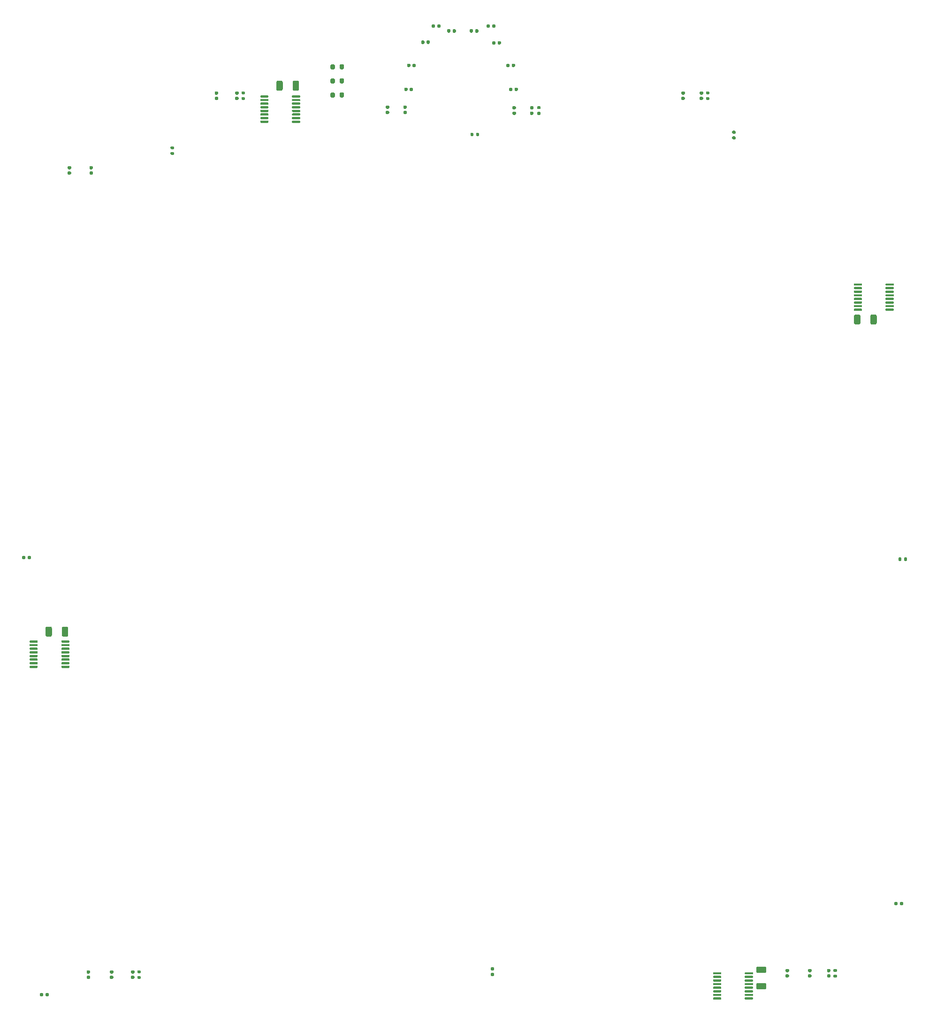
<source format=gbr>
G04 #@! TF.GenerationSoftware,KiCad,Pcbnew,(5.1.9)-1*
G04 #@! TF.CreationDate,2021-08-29T21:56:20-06:00*
G04 #@! TF.ProjectId,ampcd_button_board,616d7063-645f-4627-9574-746f6e5f626f,rev?*
G04 #@! TF.SameCoordinates,Original*
G04 #@! TF.FileFunction,Paste,Top*
G04 #@! TF.FilePolarity,Positive*
%FSLAX46Y46*%
G04 Gerber Fmt 4.6, Leading zero omitted, Abs format (unit mm)*
G04 Created by KiCad (PCBNEW (5.1.9)-1) date 2021-08-29 21:56:20*
%MOMM*%
%LPD*%
G01*
G04 APERTURE LIST*
G04 APERTURE END LIST*
G36*
G01*
X274310121Y59800490D02*
X275610123Y59800490D01*
G75*
G02*
X275860122Y59550491I0J-249999D01*
G01*
X275860122Y58900489D01*
G75*
G02*
X275610123Y58650490I-249999J0D01*
G01*
X274310121Y58650490D01*
G75*
G02*
X274060122Y58900489I0J249999D01*
G01*
X274060122Y59550491D01*
G75*
G02*
X274310121Y59800490I249999J0D01*
G01*
G37*
G36*
G01*
X274310121Y62750490D02*
X275610123Y62750490D01*
G75*
G02*
X275860122Y62500491I0J-249999D01*
G01*
X275860122Y61850489D01*
G75*
G02*
X275610123Y61600490I-249999J0D01*
G01*
X274310121Y61600490D01*
G75*
G02*
X274060122Y61850489I0J249999D01*
G01*
X274060122Y62500491D01*
G75*
G02*
X274310121Y62750490I249999J0D01*
G01*
G37*
G36*
G01*
X148648722Y121260490D02*
X148648722Y121460490D01*
G75*
G02*
X148748722Y121560490I100000J0D01*
G01*
X150023722Y121560490D01*
G75*
G02*
X150123722Y121460490I0J-100000D01*
G01*
X150123722Y121260490D01*
G75*
G02*
X150023722Y121160490I-100000J0D01*
G01*
X148748722Y121160490D01*
G75*
G02*
X148648722Y121260490I0J100000D01*
G01*
G37*
G36*
G01*
X148648722Y120610490D02*
X148648722Y120810490D01*
G75*
G02*
X148748722Y120910490I100000J0D01*
G01*
X150023722Y120910490D01*
G75*
G02*
X150123722Y120810490I0J-100000D01*
G01*
X150123722Y120610490D01*
G75*
G02*
X150023722Y120510490I-100000J0D01*
G01*
X148748722Y120510490D01*
G75*
G02*
X148648722Y120610490I0J100000D01*
G01*
G37*
G36*
G01*
X148648722Y119960490D02*
X148648722Y120160490D01*
G75*
G02*
X148748722Y120260490I100000J0D01*
G01*
X150023722Y120260490D01*
G75*
G02*
X150123722Y120160490I0J-100000D01*
G01*
X150123722Y119960490D01*
G75*
G02*
X150023722Y119860490I-100000J0D01*
G01*
X148748722Y119860490D01*
G75*
G02*
X148648722Y119960490I0J100000D01*
G01*
G37*
G36*
G01*
X148648722Y119310490D02*
X148648722Y119510490D01*
G75*
G02*
X148748722Y119610490I100000J0D01*
G01*
X150023722Y119610490D01*
G75*
G02*
X150123722Y119510490I0J-100000D01*
G01*
X150123722Y119310490D01*
G75*
G02*
X150023722Y119210490I-100000J0D01*
G01*
X148748722Y119210490D01*
G75*
G02*
X148648722Y119310490I0J100000D01*
G01*
G37*
G36*
G01*
X148648722Y118660490D02*
X148648722Y118860490D01*
G75*
G02*
X148748722Y118960490I100000J0D01*
G01*
X150023722Y118960490D01*
G75*
G02*
X150123722Y118860490I0J-100000D01*
G01*
X150123722Y118660490D01*
G75*
G02*
X150023722Y118560490I-100000J0D01*
G01*
X148748722Y118560490D01*
G75*
G02*
X148648722Y118660490I0J100000D01*
G01*
G37*
G36*
G01*
X148648722Y118010490D02*
X148648722Y118210490D01*
G75*
G02*
X148748722Y118310490I100000J0D01*
G01*
X150023722Y118310490D01*
G75*
G02*
X150123722Y118210490I0J-100000D01*
G01*
X150123722Y118010490D01*
G75*
G02*
X150023722Y117910490I-100000J0D01*
G01*
X148748722Y117910490D01*
G75*
G02*
X148648722Y118010490I0J100000D01*
G01*
G37*
G36*
G01*
X148648722Y117360490D02*
X148648722Y117560490D01*
G75*
G02*
X148748722Y117660490I100000J0D01*
G01*
X150023722Y117660490D01*
G75*
G02*
X150123722Y117560490I0J-100000D01*
G01*
X150123722Y117360490D01*
G75*
G02*
X150023722Y117260490I-100000J0D01*
G01*
X148748722Y117260490D01*
G75*
G02*
X148648722Y117360490I0J100000D01*
G01*
G37*
G36*
G01*
X148648722Y116710490D02*
X148648722Y116910490D01*
G75*
G02*
X148748722Y117010490I100000J0D01*
G01*
X150023722Y117010490D01*
G75*
G02*
X150123722Y116910490I0J-100000D01*
G01*
X150123722Y116710490D01*
G75*
G02*
X150023722Y116610490I-100000J0D01*
G01*
X148748722Y116610490D01*
G75*
G02*
X148648722Y116710490I0J100000D01*
G01*
G37*
G36*
G01*
X142923722Y116710490D02*
X142923722Y116910490D01*
G75*
G02*
X143023722Y117010490I100000J0D01*
G01*
X144298722Y117010490D01*
G75*
G02*
X144398722Y116910490I0J-100000D01*
G01*
X144398722Y116710490D01*
G75*
G02*
X144298722Y116610490I-100000J0D01*
G01*
X143023722Y116610490D01*
G75*
G02*
X142923722Y116710490I0J100000D01*
G01*
G37*
G36*
G01*
X142923722Y117360490D02*
X142923722Y117560490D01*
G75*
G02*
X143023722Y117660490I100000J0D01*
G01*
X144298722Y117660490D01*
G75*
G02*
X144398722Y117560490I0J-100000D01*
G01*
X144398722Y117360490D01*
G75*
G02*
X144298722Y117260490I-100000J0D01*
G01*
X143023722Y117260490D01*
G75*
G02*
X142923722Y117360490I0J100000D01*
G01*
G37*
G36*
G01*
X142923722Y118010490D02*
X142923722Y118210490D01*
G75*
G02*
X143023722Y118310490I100000J0D01*
G01*
X144298722Y118310490D01*
G75*
G02*
X144398722Y118210490I0J-100000D01*
G01*
X144398722Y118010490D01*
G75*
G02*
X144298722Y117910490I-100000J0D01*
G01*
X143023722Y117910490D01*
G75*
G02*
X142923722Y118010490I0J100000D01*
G01*
G37*
G36*
G01*
X142923722Y118660490D02*
X142923722Y118860490D01*
G75*
G02*
X143023722Y118960490I100000J0D01*
G01*
X144298722Y118960490D01*
G75*
G02*
X144398722Y118860490I0J-100000D01*
G01*
X144398722Y118660490D01*
G75*
G02*
X144298722Y118560490I-100000J0D01*
G01*
X143023722Y118560490D01*
G75*
G02*
X142923722Y118660490I0J100000D01*
G01*
G37*
G36*
G01*
X142923722Y119310490D02*
X142923722Y119510490D01*
G75*
G02*
X143023722Y119610490I100000J0D01*
G01*
X144298722Y119610490D01*
G75*
G02*
X144398722Y119510490I0J-100000D01*
G01*
X144398722Y119310490D01*
G75*
G02*
X144298722Y119210490I-100000J0D01*
G01*
X143023722Y119210490D01*
G75*
G02*
X142923722Y119310490I0J100000D01*
G01*
G37*
G36*
G01*
X142923722Y119960490D02*
X142923722Y120160490D01*
G75*
G02*
X143023722Y120260490I100000J0D01*
G01*
X144298722Y120260490D01*
G75*
G02*
X144398722Y120160490I0J-100000D01*
G01*
X144398722Y119960490D01*
G75*
G02*
X144298722Y119860490I-100000J0D01*
G01*
X143023722Y119860490D01*
G75*
G02*
X142923722Y119960490I0J100000D01*
G01*
G37*
G36*
G01*
X142923722Y120610490D02*
X142923722Y120810490D01*
G75*
G02*
X143023722Y120910490I100000J0D01*
G01*
X144298722Y120910490D01*
G75*
G02*
X144398722Y120810490I0J-100000D01*
G01*
X144398722Y120610490D01*
G75*
G02*
X144298722Y120510490I-100000J0D01*
G01*
X143023722Y120510490D01*
G75*
G02*
X142923722Y120610490I0J100000D01*
G01*
G37*
G36*
G01*
X142923722Y121260490D02*
X142923722Y121460490D01*
G75*
G02*
X143023722Y121560490I100000J0D01*
G01*
X144298722Y121560490D01*
G75*
G02*
X144398722Y121460490I0J-100000D01*
G01*
X144398722Y121260490D01*
G75*
G02*
X144298722Y121160490I-100000J0D01*
G01*
X143023722Y121160490D01*
G75*
G02*
X142923722Y121260490I0J100000D01*
G01*
G37*
G36*
G01*
X271991122Y61443490D02*
X271991122Y61643490D01*
G75*
G02*
X272091122Y61743490I100000J0D01*
G01*
X273366122Y61743490D01*
G75*
G02*
X273466122Y61643490I0J-100000D01*
G01*
X273466122Y61443490D01*
G75*
G02*
X273366122Y61343490I-100000J0D01*
G01*
X272091122Y61343490D01*
G75*
G02*
X271991122Y61443490I0J100000D01*
G01*
G37*
G36*
G01*
X271991122Y60793490D02*
X271991122Y60993490D01*
G75*
G02*
X272091122Y61093490I100000J0D01*
G01*
X273366122Y61093490D01*
G75*
G02*
X273466122Y60993490I0J-100000D01*
G01*
X273466122Y60793490D01*
G75*
G02*
X273366122Y60693490I-100000J0D01*
G01*
X272091122Y60693490D01*
G75*
G02*
X271991122Y60793490I0J100000D01*
G01*
G37*
G36*
G01*
X271991122Y60143490D02*
X271991122Y60343490D01*
G75*
G02*
X272091122Y60443490I100000J0D01*
G01*
X273366122Y60443490D01*
G75*
G02*
X273466122Y60343490I0J-100000D01*
G01*
X273466122Y60143490D01*
G75*
G02*
X273366122Y60043490I-100000J0D01*
G01*
X272091122Y60043490D01*
G75*
G02*
X271991122Y60143490I0J100000D01*
G01*
G37*
G36*
G01*
X271991122Y59493490D02*
X271991122Y59693490D01*
G75*
G02*
X272091122Y59793490I100000J0D01*
G01*
X273366122Y59793490D01*
G75*
G02*
X273466122Y59693490I0J-100000D01*
G01*
X273466122Y59493490D01*
G75*
G02*
X273366122Y59393490I-100000J0D01*
G01*
X272091122Y59393490D01*
G75*
G02*
X271991122Y59493490I0J100000D01*
G01*
G37*
G36*
G01*
X271991122Y58843490D02*
X271991122Y59043490D01*
G75*
G02*
X272091122Y59143490I100000J0D01*
G01*
X273366122Y59143490D01*
G75*
G02*
X273466122Y59043490I0J-100000D01*
G01*
X273466122Y58843490D01*
G75*
G02*
X273366122Y58743490I-100000J0D01*
G01*
X272091122Y58743490D01*
G75*
G02*
X271991122Y58843490I0J100000D01*
G01*
G37*
G36*
G01*
X271991122Y58193490D02*
X271991122Y58393490D01*
G75*
G02*
X272091122Y58493490I100000J0D01*
G01*
X273366122Y58493490D01*
G75*
G02*
X273466122Y58393490I0J-100000D01*
G01*
X273466122Y58193490D01*
G75*
G02*
X273366122Y58093490I-100000J0D01*
G01*
X272091122Y58093490D01*
G75*
G02*
X271991122Y58193490I0J100000D01*
G01*
G37*
G36*
G01*
X271991122Y57543490D02*
X271991122Y57743490D01*
G75*
G02*
X272091122Y57843490I100000J0D01*
G01*
X273366122Y57843490D01*
G75*
G02*
X273466122Y57743490I0J-100000D01*
G01*
X273466122Y57543490D01*
G75*
G02*
X273366122Y57443490I-100000J0D01*
G01*
X272091122Y57443490D01*
G75*
G02*
X271991122Y57543490I0J100000D01*
G01*
G37*
G36*
G01*
X271991122Y56893490D02*
X271991122Y57093490D01*
G75*
G02*
X272091122Y57193490I100000J0D01*
G01*
X273366122Y57193490D01*
G75*
G02*
X273466122Y57093490I0J-100000D01*
G01*
X273466122Y56893490D01*
G75*
G02*
X273366122Y56793490I-100000J0D01*
G01*
X272091122Y56793490D01*
G75*
G02*
X271991122Y56893490I0J100000D01*
G01*
G37*
G36*
G01*
X266266122Y56893490D02*
X266266122Y57093490D01*
G75*
G02*
X266366122Y57193490I100000J0D01*
G01*
X267641122Y57193490D01*
G75*
G02*
X267741122Y57093490I0J-100000D01*
G01*
X267741122Y56893490D01*
G75*
G02*
X267641122Y56793490I-100000J0D01*
G01*
X266366122Y56793490D01*
G75*
G02*
X266266122Y56893490I0J100000D01*
G01*
G37*
G36*
G01*
X266266122Y57543490D02*
X266266122Y57743490D01*
G75*
G02*
X266366122Y57843490I100000J0D01*
G01*
X267641122Y57843490D01*
G75*
G02*
X267741122Y57743490I0J-100000D01*
G01*
X267741122Y57543490D01*
G75*
G02*
X267641122Y57443490I-100000J0D01*
G01*
X266366122Y57443490D01*
G75*
G02*
X266266122Y57543490I0J100000D01*
G01*
G37*
G36*
G01*
X266266122Y58193490D02*
X266266122Y58393490D01*
G75*
G02*
X266366122Y58493490I100000J0D01*
G01*
X267641122Y58493490D01*
G75*
G02*
X267741122Y58393490I0J-100000D01*
G01*
X267741122Y58193490D01*
G75*
G02*
X267641122Y58093490I-100000J0D01*
G01*
X266366122Y58093490D01*
G75*
G02*
X266266122Y58193490I0J100000D01*
G01*
G37*
G36*
G01*
X266266122Y58843490D02*
X266266122Y59043490D01*
G75*
G02*
X266366122Y59143490I100000J0D01*
G01*
X267641122Y59143490D01*
G75*
G02*
X267741122Y59043490I0J-100000D01*
G01*
X267741122Y58843490D01*
G75*
G02*
X267641122Y58743490I-100000J0D01*
G01*
X266366122Y58743490D01*
G75*
G02*
X266266122Y58843490I0J100000D01*
G01*
G37*
G36*
G01*
X266266122Y59493490D02*
X266266122Y59693490D01*
G75*
G02*
X266366122Y59793490I100000J0D01*
G01*
X267641122Y59793490D01*
G75*
G02*
X267741122Y59693490I0J-100000D01*
G01*
X267741122Y59493490D01*
G75*
G02*
X267641122Y59393490I-100000J0D01*
G01*
X266366122Y59393490D01*
G75*
G02*
X266266122Y59493490I0J100000D01*
G01*
G37*
G36*
G01*
X266266122Y60143490D02*
X266266122Y60343490D01*
G75*
G02*
X266366122Y60443490I100000J0D01*
G01*
X267641122Y60443490D01*
G75*
G02*
X267741122Y60343490I0J-100000D01*
G01*
X267741122Y60143490D01*
G75*
G02*
X267641122Y60043490I-100000J0D01*
G01*
X266366122Y60043490D01*
G75*
G02*
X266266122Y60143490I0J100000D01*
G01*
G37*
G36*
G01*
X266266122Y60793490D02*
X266266122Y60993490D01*
G75*
G02*
X266366122Y61093490I100000J0D01*
G01*
X267641122Y61093490D01*
G75*
G02*
X267741122Y60993490I0J-100000D01*
G01*
X267741122Y60793490D01*
G75*
G02*
X267641122Y60693490I-100000J0D01*
G01*
X266366122Y60693490D01*
G75*
G02*
X266266122Y60793490I0J100000D01*
G01*
G37*
G36*
G01*
X266266122Y61443490D02*
X266266122Y61643490D01*
G75*
G02*
X266366122Y61743490I100000J0D01*
G01*
X267641122Y61743490D01*
G75*
G02*
X267741122Y61643490I0J-100000D01*
G01*
X267741122Y61443490D01*
G75*
G02*
X267641122Y61343490I-100000J0D01*
G01*
X266366122Y61343490D01*
G75*
G02*
X266266122Y61443490I0J100000D01*
G01*
G37*
G36*
G01*
X293141122Y181299490D02*
X293141122Y181099490D01*
G75*
G02*
X293041122Y180999490I-100000J0D01*
G01*
X291766122Y180999490D01*
G75*
G02*
X291666122Y181099490I0J100000D01*
G01*
X291666122Y181299490D01*
G75*
G02*
X291766122Y181399490I100000J0D01*
G01*
X293041122Y181399490D01*
G75*
G02*
X293141122Y181299490I0J-100000D01*
G01*
G37*
G36*
G01*
X293141122Y181949490D02*
X293141122Y181749490D01*
G75*
G02*
X293041122Y181649490I-100000J0D01*
G01*
X291766122Y181649490D01*
G75*
G02*
X291666122Y181749490I0J100000D01*
G01*
X291666122Y181949490D01*
G75*
G02*
X291766122Y182049490I100000J0D01*
G01*
X293041122Y182049490D01*
G75*
G02*
X293141122Y181949490I0J-100000D01*
G01*
G37*
G36*
G01*
X293141122Y182599490D02*
X293141122Y182399490D01*
G75*
G02*
X293041122Y182299490I-100000J0D01*
G01*
X291766122Y182299490D01*
G75*
G02*
X291666122Y182399490I0J100000D01*
G01*
X291666122Y182599490D01*
G75*
G02*
X291766122Y182699490I100000J0D01*
G01*
X293041122Y182699490D01*
G75*
G02*
X293141122Y182599490I0J-100000D01*
G01*
G37*
G36*
G01*
X293141122Y183249490D02*
X293141122Y183049490D01*
G75*
G02*
X293041122Y182949490I-100000J0D01*
G01*
X291766122Y182949490D01*
G75*
G02*
X291666122Y183049490I0J100000D01*
G01*
X291666122Y183249490D01*
G75*
G02*
X291766122Y183349490I100000J0D01*
G01*
X293041122Y183349490D01*
G75*
G02*
X293141122Y183249490I0J-100000D01*
G01*
G37*
G36*
G01*
X293141122Y183899490D02*
X293141122Y183699490D01*
G75*
G02*
X293041122Y183599490I-100000J0D01*
G01*
X291766122Y183599490D01*
G75*
G02*
X291666122Y183699490I0J100000D01*
G01*
X291666122Y183899490D01*
G75*
G02*
X291766122Y183999490I100000J0D01*
G01*
X293041122Y183999490D01*
G75*
G02*
X293141122Y183899490I0J-100000D01*
G01*
G37*
G36*
G01*
X293141122Y184549490D02*
X293141122Y184349490D01*
G75*
G02*
X293041122Y184249490I-100000J0D01*
G01*
X291766122Y184249490D01*
G75*
G02*
X291666122Y184349490I0J100000D01*
G01*
X291666122Y184549490D01*
G75*
G02*
X291766122Y184649490I100000J0D01*
G01*
X293041122Y184649490D01*
G75*
G02*
X293141122Y184549490I0J-100000D01*
G01*
G37*
G36*
G01*
X293141122Y185199490D02*
X293141122Y184999490D01*
G75*
G02*
X293041122Y184899490I-100000J0D01*
G01*
X291766122Y184899490D01*
G75*
G02*
X291666122Y184999490I0J100000D01*
G01*
X291666122Y185199490D01*
G75*
G02*
X291766122Y185299490I100000J0D01*
G01*
X293041122Y185299490D01*
G75*
G02*
X293141122Y185199490I0J-100000D01*
G01*
G37*
G36*
G01*
X293141122Y185849490D02*
X293141122Y185649490D01*
G75*
G02*
X293041122Y185549490I-100000J0D01*
G01*
X291766122Y185549490D01*
G75*
G02*
X291666122Y185649490I0J100000D01*
G01*
X291666122Y185849490D01*
G75*
G02*
X291766122Y185949490I100000J0D01*
G01*
X293041122Y185949490D01*
G75*
G02*
X293141122Y185849490I0J-100000D01*
G01*
G37*
G36*
G01*
X298866122Y185849490D02*
X298866122Y185649490D01*
G75*
G02*
X298766122Y185549490I-100000J0D01*
G01*
X297491122Y185549490D01*
G75*
G02*
X297391122Y185649490I0J100000D01*
G01*
X297391122Y185849490D01*
G75*
G02*
X297491122Y185949490I100000J0D01*
G01*
X298766122Y185949490D01*
G75*
G02*
X298866122Y185849490I0J-100000D01*
G01*
G37*
G36*
G01*
X298866122Y185199490D02*
X298866122Y184999490D01*
G75*
G02*
X298766122Y184899490I-100000J0D01*
G01*
X297491122Y184899490D01*
G75*
G02*
X297391122Y184999490I0J100000D01*
G01*
X297391122Y185199490D01*
G75*
G02*
X297491122Y185299490I100000J0D01*
G01*
X298766122Y185299490D01*
G75*
G02*
X298866122Y185199490I0J-100000D01*
G01*
G37*
G36*
G01*
X298866122Y184549490D02*
X298866122Y184349490D01*
G75*
G02*
X298766122Y184249490I-100000J0D01*
G01*
X297491122Y184249490D01*
G75*
G02*
X297391122Y184349490I0J100000D01*
G01*
X297391122Y184549490D01*
G75*
G02*
X297491122Y184649490I100000J0D01*
G01*
X298766122Y184649490D01*
G75*
G02*
X298866122Y184549490I0J-100000D01*
G01*
G37*
G36*
G01*
X298866122Y183899490D02*
X298866122Y183699490D01*
G75*
G02*
X298766122Y183599490I-100000J0D01*
G01*
X297491122Y183599490D01*
G75*
G02*
X297391122Y183699490I0J100000D01*
G01*
X297391122Y183899490D01*
G75*
G02*
X297491122Y183999490I100000J0D01*
G01*
X298766122Y183999490D01*
G75*
G02*
X298866122Y183899490I0J-100000D01*
G01*
G37*
G36*
G01*
X298866122Y183249490D02*
X298866122Y183049490D01*
G75*
G02*
X298766122Y182949490I-100000J0D01*
G01*
X297491122Y182949490D01*
G75*
G02*
X297391122Y183049490I0J100000D01*
G01*
X297391122Y183249490D01*
G75*
G02*
X297491122Y183349490I100000J0D01*
G01*
X298766122Y183349490D01*
G75*
G02*
X298866122Y183249490I0J-100000D01*
G01*
G37*
G36*
G01*
X298866122Y182599490D02*
X298866122Y182399490D01*
G75*
G02*
X298766122Y182299490I-100000J0D01*
G01*
X297491122Y182299490D01*
G75*
G02*
X297391122Y182399490I0J100000D01*
G01*
X297391122Y182599490D01*
G75*
G02*
X297491122Y182699490I100000J0D01*
G01*
X298766122Y182699490D01*
G75*
G02*
X298866122Y182599490I0J-100000D01*
G01*
G37*
G36*
G01*
X298866122Y181949490D02*
X298866122Y181749490D01*
G75*
G02*
X298766122Y181649490I-100000J0D01*
G01*
X297491122Y181649490D01*
G75*
G02*
X297391122Y181749490I0J100000D01*
G01*
X297391122Y181949490D01*
G75*
G02*
X297491122Y182049490I100000J0D01*
G01*
X298766122Y182049490D01*
G75*
G02*
X298866122Y181949490I0J-100000D01*
G01*
G37*
G36*
G01*
X298866122Y181299490D02*
X298866122Y181099490D01*
G75*
G02*
X298766122Y180999490I-100000J0D01*
G01*
X297491122Y180999490D01*
G75*
G02*
X297391122Y181099490I0J100000D01*
G01*
X297391122Y181299490D01*
G75*
G02*
X297491122Y181399490I100000J0D01*
G01*
X298766122Y181399490D01*
G75*
G02*
X298866122Y181299490I0J-100000D01*
G01*
G37*
G36*
G01*
X190279322Y219558490D02*
X190279322Y219758490D01*
G75*
G02*
X190379322Y219858490I100000J0D01*
G01*
X191654322Y219858490D01*
G75*
G02*
X191754322Y219758490I0J-100000D01*
G01*
X191754322Y219558490D01*
G75*
G02*
X191654322Y219458490I-100000J0D01*
G01*
X190379322Y219458490D01*
G75*
G02*
X190279322Y219558490I0J100000D01*
G01*
G37*
G36*
G01*
X190279322Y218908490D02*
X190279322Y219108490D01*
G75*
G02*
X190379322Y219208490I100000J0D01*
G01*
X191654322Y219208490D01*
G75*
G02*
X191754322Y219108490I0J-100000D01*
G01*
X191754322Y218908490D01*
G75*
G02*
X191654322Y218808490I-100000J0D01*
G01*
X190379322Y218808490D01*
G75*
G02*
X190279322Y218908490I0J100000D01*
G01*
G37*
G36*
G01*
X190279322Y218258490D02*
X190279322Y218458490D01*
G75*
G02*
X190379322Y218558490I100000J0D01*
G01*
X191654322Y218558490D01*
G75*
G02*
X191754322Y218458490I0J-100000D01*
G01*
X191754322Y218258490D01*
G75*
G02*
X191654322Y218158490I-100000J0D01*
G01*
X190379322Y218158490D01*
G75*
G02*
X190279322Y218258490I0J100000D01*
G01*
G37*
G36*
G01*
X190279322Y217608490D02*
X190279322Y217808490D01*
G75*
G02*
X190379322Y217908490I100000J0D01*
G01*
X191654322Y217908490D01*
G75*
G02*
X191754322Y217808490I0J-100000D01*
G01*
X191754322Y217608490D01*
G75*
G02*
X191654322Y217508490I-100000J0D01*
G01*
X190379322Y217508490D01*
G75*
G02*
X190279322Y217608490I0J100000D01*
G01*
G37*
G36*
G01*
X190279322Y216958490D02*
X190279322Y217158490D01*
G75*
G02*
X190379322Y217258490I100000J0D01*
G01*
X191654322Y217258490D01*
G75*
G02*
X191754322Y217158490I0J-100000D01*
G01*
X191754322Y216958490D01*
G75*
G02*
X191654322Y216858490I-100000J0D01*
G01*
X190379322Y216858490D01*
G75*
G02*
X190279322Y216958490I0J100000D01*
G01*
G37*
G36*
G01*
X190279322Y216308490D02*
X190279322Y216508490D01*
G75*
G02*
X190379322Y216608490I100000J0D01*
G01*
X191654322Y216608490D01*
G75*
G02*
X191754322Y216508490I0J-100000D01*
G01*
X191754322Y216308490D01*
G75*
G02*
X191654322Y216208490I-100000J0D01*
G01*
X190379322Y216208490D01*
G75*
G02*
X190279322Y216308490I0J100000D01*
G01*
G37*
G36*
G01*
X190279322Y215658490D02*
X190279322Y215858490D01*
G75*
G02*
X190379322Y215958490I100000J0D01*
G01*
X191654322Y215958490D01*
G75*
G02*
X191754322Y215858490I0J-100000D01*
G01*
X191754322Y215658490D01*
G75*
G02*
X191654322Y215558490I-100000J0D01*
G01*
X190379322Y215558490D01*
G75*
G02*
X190279322Y215658490I0J100000D01*
G01*
G37*
G36*
G01*
X190279322Y215008490D02*
X190279322Y215208490D01*
G75*
G02*
X190379322Y215308490I100000J0D01*
G01*
X191654322Y215308490D01*
G75*
G02*
X191754322Y215208490I0J-100000D01*
G01*
X191754322Y215008490D01*
G75*
G02*
X191654322Y214908490I-100000J0D01*
G01*
X190379322Y214908490D01*
G75*
G02*
X190279322Y215008490I0J100000D01*
G01*
G37*
G36*
G01*
X184554322Y215008490D02*
X184554322Y215208490D01*
G75*
G02*
X184654322Y215308490I100000J0D01*
G01*
X185929322Y215308490D01*
G75*
G02*
X186029322Y215208490I0J-100000D01*
G01*
X186029322Y215008490D01*
G75*
G02*
X185929322Y214908490I-100000J0D01*
G01*
X184654322Y214908490D01*
G75*
G02*
X184554322Y215008490I0J100000D01*
G01*
G37*
G36*
G01*
X184554322Y215658490D02*
X184554322Y215858490D01*
G75*
G02*
X184654322Y215958490I100000J0D01*
G01*
X185929322Y215958490D01*
G75*
G02*
X186029322Y215858490I0J-100000D01*
G01*
X186029322Y215658490D01*
G75*
G02*
X185929322Y215558490I-100000J0D01*
G01*
X184654322Y215558490D01*
G75*
G02*
X184554322Y215658490I0J100000D01*
G01*
G37*
G36*
G01*
X184554322Y216308490D02*
X184554322Y216508490D01*
G75*
G02*
X184654322Y216608490I100000J0D01*
G01*
X185929322Y216608490D01*
G75*
G02*
X186029322Y216508490I0J-100000D01*
G01*
X186029322Y216308490D01*
G75*
G02*
X185929322Y216208490I-100000J0D01*
G01*
X184654322Y216208490D01*
G75*
G02*
X184554322Y216308490I0J100000D01*
G01*
G37*
G36*
G01*
X184554322Y216958490D02*
X184554322Y217158490D01*
G75*
G02*
X184654322Y217258490I100000J0D01*
G01*
X185929322Y217258490D01*
G75*
G02*
X186029322Y217158490I0J-100000D01*
G01*
X186029322Y216958490D01*
G75*
G02*
X185929322Y216858490I-100000J0D01*
G01*
X184654322Y216858490D01*
G75*
G02*
X184554322Y216958490I0J100000D01*
G01*
G37*
G36*
G01*
X184554322Y217608490D02*
X184554322Y217808490D01*
G75*
G02*
X184654322Y217908490I100000J0D01*
G01*
X185929322Y217908490D01*
G75*
G02*
X186029322Y217808490I0J-100000D01*
G01*
X186029322Y217608490D01*
G75*
G02*
X185929322Y217508490I-100000J0D01*
G01*
X184654322Y217508490D01*
G75*
G02*
X184554322Y217608490I0J100000D01*
G01*
G37*
G36*
G01*
X184554322Y218258490D02*
X184554322Y218458490D01*
G75*
G02*
X184654322Y218558490I100000J0D01*
G01*
X185929322Y218558490D01*
G75*
G02*
X186029322Y218458490I0J-100000D01*
G01*
X186029322Y218258490D01*
G75*
G02*
X185929322Y218158490I-100000J0D01*
G01*
X184654322Y218158490D01*
G75*
G02*
X184554322Y218258490I0J100000D01*
G01*
G37*
G36*
G01*
X184554322Y218908490D02*
X184554322Y219108490D01*
G75*
G02*
X184654322Y219208490I100000J0D01*
G01*
X185929322Y219208490D01*
G75*
G02*
X186029322Y219108490I0J-100000D01*
G01*
X186029322Y218908490D01*
G75*
G02*
X185929322Y218808490I-100000J0D01*
G01*
X184654322Y218808490D01*
G75*
G02*
X184554322Y218908490I0J100000D01*
G01*
G37*
G36*
G01*
X184554322Y219558490D02*
X184554322Y219758490D01*
G75*
G02*
X184654322Y219858490I100000J0D01*
G01*
X185929322Y219858490D01*
G75*
G02*
X186029322Y219758490I0J-100000D01*
G01*
X186029322Y219558490D01*
G75*
G02*
X185929322Y219458490I-100000J0D01*
G01*
X184654322Y219458490D01*
G75*
G02*
X184554322Y219558490I0J100000D01*
G01*
G37*
G36*
G01*
X226418122Y232184490D02*
X226418122Y232554490D01*
G75*
G02*
X226553122Y232689490I135000J0D01*
G01*
X226823122Y232689490D01*
G75*
G02*
X226958122Y232554490I0J-135000D01*
G01*
X226958122Y232184490D01*
G75*
G02*
X226823122Y232049490I-135000J0D01*
G01*
X226553122Y232049490D01*
G75*
G02*
X226418122Y232184490I0J135000D01*
G01*
G37*
G36*
G01*
X225398122Y232184490D02*
X225398122Y232554490D01*
G75*
G02*
X225533122Y232689490I135000J0D01*
G01*
X225803122Y232689490D01*
G75*
G02*
X225938122Y232554490I0J-135000D01*
G01*
X225938122Y232184490D01*
G75*
G02*
X225803122Y232049490I-135000J0D01*
G01*
X225533122Y232049490D01*
G75*
G02*
X225398122Y232184490I0J135000D01*
G01*
G37*
G36*
G01*
X216032122Y232554490D02*
X216032122Y232184490D01*
G75*
G02*
X215897122Y232049490I-135000J0D01*
G01*
X215627122Y232049490D01*
G75*
G02*
X215492122Y232184490I0J135000D01*
G01*
X215492122Y232554490D01*
G75*
G02*
X215627122Y232689490I135000J0D01*
G01*
X215897122Y232689490D01*
G75*
G02*
X216032122Y232554490I0J-135000D01*
G01*
G37*
G36*
G01*
X217052122Y232554490D02*
X217052122Y232184490D01*
G75*
G02*
X216917122Y232049490I-135000J0D01*
G01*
X216647122Y232049490D01*
G75*
G02*
X216512122Y232184490I0J135000D01*
G01*
X216512122Y232554490D01*
G75*
G02*
X216647122Y232689490I135000J0D01*
G01*
X216917122Y232689490D01*
G75*
G02*
X217052122Y232554490I0J-135000D01*
G01*
G37*
G36*
G01*
X288096122Y61314490D02*
X288466122Y61314490D01*
G75*
G02*
X288601122Y61179490I0J-135000D01*
G01*
X288601122Y60909490D01*
G75*
G02*
X288466122Y60774490I-135000J0D01*
G01*
X288096122Y60774490D01*
G75*
G02*
X287961122Y60909490I0J135000D01*
G01*
X287961122Y61179490D01*
G75*
G02*
X288096122Y61314490I135000J0D01*
G01*
G37*
G36*
G01*
X288096122Y62334490D02*
X288466122Y62334490D01*
G75*
G02*
X288601122Y62199490I0J-135000D01*
G01*
X288601122Y61929490D01*
G75*
G02*
X288466122Y61794490I-135000J0D01*
G01*
X288096122Y61794490D01*
G75*
G02*
X287961122Y61929490I0J135000D01*
G01*
X287961122Y62199490D01*
G75*
G02*
X288096122Y62334490I135000J0D01*
G01*
G37*
G36*
G01*
X162863122Y61540490D02*
X162493122Y61540490D01*
G75*
G02*
X162358122Y61675490I0J135000D01*
G01*
X162358122Y61945490D01*
G75*
G02*
X162493122Y62080490I135000J0D01*
G01*
X162863122Y62080490D01*
G75*
G02*
X162998122Y61945490I0J-135000D01*
G01*
X162998122Y61675490D01*
G75*
G02*
X162863122Y61540490I-135000J0D01*
G01*
G37*
G36*
G01*
X162863122Y60520490D02*
X162493122Y60520490D01*
G75*
G02*
X162358122Y60655490I0J135000D01*
G01*
X162358122Y60925490D01*
G75*
G02*
X162493122Y61060490I135000J0D01*
G01*
X162863122Y61060490D01*
G75*
G02*
X162998122Y60925490I0J-135000D01*
G01*
X162998122Y60655490D01*
G75*
G02*
X162863122Y60520490I-135000J0D01*
G01*
G37*
G36*
G01*
X265479122Y220036490D02*
X265109122Y220036490D01*
G75*
G02*
X264974122Y220171490I0J135000D01*
G01*
X264974122Y220441490D01*
G75*
G02*
X265109122Y220576490I135000J0D01*
G01*
X265479122Y220576490D01*
G75*
G02*
X265614122Y220441490I0J-135000D01*
G01*
X265614122Y220171490D01*
G75*
G02*
X265479122Y220036490I-135000J0D01*
G01*
G37*
G36*
G01*
X265479122Y219016490D02*
X265109122Y219016490D01*
G75*
G02*
X264974122Y219151490I0J135000D01*
G01*
X264974122Y219421490D01*
G75*
G02*
X265109122Y219556490I135000J0D01*
G01*
X265479122Y219556490D01*
G75*
G02*
X265614122Y219421490I0J-135000D01*
G01*
X265614122Y219151490D01*
G75*
G02*
X265479122Y219016490I-135000J0D01*
G01*
G37*
G36*
G01*
X234999122Y217369490D02*
X234629122Y217369490D01*
G75*
G02*
X234494122Y217504490I0J135000D01*
G01*
X234494122Y217774490D01*
G75*
G02*
X234629122Y217909490I135000J0D01*
G01*
X234999122Y217909490D01*
G75*
G02*
X235134122Y217774490I0J-135000D01*
G01*
X235134122Y217504490D01*
G75*
G02*
X234999122Y217369490I-135000J0D01*
G01*
G37*
G36*
G01*
X234999122Y216349490D02*
X234629122Y216349490D01*
G75*
G02*
X234494122Y216484490I0J135000D01*
G01*
X234494122Y216754490D01*
G75*
G02*
X234629122Y216889490I135000J0D01*
G01*
X234999122Y216889490D01*
G75*
G02*
X235134122Y216754490I0J-135000D01*
G01*
X235134122Y216484490D01*
G75*
G02*
X234999122Y216349490I-135000J0D01*
G01*
G37*
G36*
G01*
X181659122Y220036490D02*
X181289122Y220036490D01*
G75*
G02*
X181154122Y220171490I0J135000D01*
G01*
X181154122Y220441490D01*
G75*
G02*
X181289122Y220576490I135000J0D01*
G01*
X181659122Y220576490D01*
G75*
G02*
X181794122Y220441490I0J-135000D01*
G01*
X181794122Y220171490D01*
G75*
G02*
X181659122Y220036490I-135000J0D01*
G01*
G37*
G36*
G01*
X181659122Y219016490D02*
X181289122Y219016490D01*
G75*
G02*
X181154122Y219151490I0J135000D01*
G01*
X181154122Y219421490D01*
G75*
G02*
X181289122Y219556490I135000J0D01*
G01*
X181659122Y219556490D01*
G75*
G02*
X181794122Y219421490I0J-135000D01*
G01*
X181794122Y219151490D01*
G75*
G02*
X181659122Y219016490I-135000J0D01*
G01*
G37*
G36*
G01*
X142118122Y136694890D02*
X142118122Y136324890D01*
G75*
G02*
X141983122Y136189890I-135000J0D01*
G01*
X141713122Y136189890D01*
G75*
G02*
X141578122Y136324890I0J135000D01*
G01*
X141578122Y136694890D01*
G75*
G02*
X141713122Y136829890I135000J0D01*
G01*
X141983122Y136829890D01*
G75*
G02*
X142118122Y136694890I0J-135000D01*
G01*
G37*
G36*
G01*
X143138122Y136694890D02*
X143138122Y136324890D01*
G75*
G02*
X143003122Y136189890I-135000J0D01*
G01*
X142733122Y136189890D01*
G75*
G02*
X142598122Y136324890I0J135000D01*
G01*
X142598122Y136694890D01*
G75*
G02*
X142733122Y136829890I135000J0D01*
G01*
X143003122Y136829890D01*
G75*
G02*
X143138122Y136694890I0J-135000D01*
G01*
G37*
G36*
G01*
X145333271Y57883760D02*
X145333271Y57513760D01*
G75*
G02*
X145198271Y57378760I-135000J0D01*
G01*
X144928271Y57378760D01*
G75*
G02*
X144793271Y57513760I0J135000D01*
G01*
X144793271Y57883760D01*
G75*
G02*
X144928271Y58018760I135000J0D01*
G01*
X145198271Y58018760D01*
G75*
G02*
X145333271Y57883760I0J-135000D01*
G01*
G37*
G36*
G01*
X146353271Y57883760D02*
X146353271Y57513760D01*
G75*
G02*
X146218271Y57378760I-135000J0D01*
G01*
X145948271Y57378760D01*
G75*
G02*
X145813271Y57513760I0J135000D01*
G01*
X145813271Y57883760D01*
G75*
G02*
X145948271Y58018760I135000J0D01*
G01*
X146218271Y58018760D01*
G75*
G02*
X146353271Y57883760I0J-135000D01*
G01*
G37*
G36*
G01*
X226617122Y62073890D02*
X226247122Y62073890D01*
G75*
G02*
X226112122Y62208890I0J135000D01*
G01*
X226112122Y62478890D01*
G75*
G02*
X226247122Y62613890I135000J0D01*
G01*
X226617122Y62613890D01*
G75*
G02*
X226752122Y62478890I0J-135000D01*
G01*
X226752122Y62208890D01*
G75*
G02*
X226617122Y62073890I-135000J0D01*
G01*
G37*
G36*
G01*
X226617122Y61053890D02*
X226247122Y61053890D01*
G75*
G02*
X226112122Y61188890I0J135000D01*
G01*
X226112122Y61458890D01*
G75*
G02*
X226247122Y61593890I135000J0D01*
G01*
X226617122Y61593890D01*
G75*
G02*
X226752122Y61458890I0J-135000D01*
G01*
X226752122Y61188890D01*
G75*
G02*
X226617122Y61053890I-135000J0D01*
G01*
G37*
G36*
G01*
X299533271Y74283760D02*
X299533271Y73913760D01*
G75*
G02*
X299398271Y73778760I-135000J0D01*
G01*
X299128271Y73778760D01*
G75*
G02*
X298993271Y73913760I0J135000D01*
G01*
X298993271Y74283760D01*
G75*
G02*
X299128271Y74418760I135000J0D01*
G01*
X299398271Y74418760D01*
G75*
G02*
X299533271Y74283760I0J-135000D01*
G01*
G37*
G36*
G01*
X300553271Y74283760D02*
X300553271Y73913760D01*
G75*
G02*
X300418271Y73778760I-135000J0D01*
G01*
X300148271Y73778760D01*
G75*
G02*
X300013271Y73913760I0J135000D01*
G01*
X300013271Y74283760D01*
G75*
G02*
X300148271Y74418760I135000J0D01*
G01*
X300418271Y74418760D01*
G75*
G02*
X300553271Y74283760I0J-135000D01*
G01*
G37*
G36*
G01*
X300713122Y136045490D02*
X300713122Y136415490D01*
G75*
G02*
X300848122Y136550490I135000J0D01*
G01*
X301118122Y136550490D01*
G75*
G02*
X301253122Y136415490I0J-135000D01*
G01*
X301253122Y136045490D01*
G75*
G02*
X301118122Y135910490I-135000J0D01*
G01*
X300848122Y135910490D01*
G75*
G02*
X300713122Y136045490I0J135000D01*
G01*
G37*
G36*
G01*
X299693122Y136045490D02*
X299693122Y136415490D01*
G75*
G02*
X299828122Y136550490I135000J0D01*
G01*
X300098122Y136550490D01*
G75*
G02*
X300233122Y136415490I0J-135000D01*
G01*
X300233122Y136045490D01*
G75*
G02*
X300098122Y135910490I-135000J0D01*
G01*
X299828122Y135910490D01*
G75*
G02*
X299693122Y136045490I0J135000D01*
G01*
G37*
G36*
G01*
X270208271Y212938760D02*
X269838271Y212938760D01*
G75*
G02*
X269703271Y213073760I0J135000D01*
G01*
X269703271Y213343760D01*
G75*
G02*
X269838271Y213478760I135000J0D01*
G01*
X270208271Y213478760D01*
G75*
G02*
X270343271Y213343760I0J-135000D01*
G01*
X270343271Y213073760D01*
G75*
G02*
X270208271Y212938760I-135000J0D01*
G01*
G37*
G36*
G01*
X270208271Y211918760D02*
X269838271Y211918760D01*
G75*
G02*
X269703271Y212053760I0J135000D01*
G01*
X269703271Y212323760D01*
G75*
G02*
X269838271Y212458760I135000J0D01*
G01*
X270208271Y212458760D01*
G75*
G02*
X270343271Y212323760I0J-135000D01*
G01*
X270343271Y212053760D01*
G75*
G02*
X270208271Y211918760I-135000J0D01*
G01*
G37*
G36*
G01*
X223017122Y212996490D02*
X223017122Y212626490D01*
G75*
G02*
X222882122Y212491490I-135000J0D01*
G01*
X222612122Y212491490D01*
G75*
G02*
X222477122Y212626490I0J135000D01*
G01*
X222477122Y212996490D01*
G75*
G02*
X222612122Y213131490I135000J0D01*
G01*
X222882122Y213131490D01*
G75*
G02*
X223017122Y212996490I0J-135000D01*
G01*
G37*
G36*
G01*
X224037122Y212996490D02*
X224037122Y212626490D01*
G75*
G02*
X223902122Y212491490I-135000J0D01*
G01*
X223632122Y212491490D01*
G75*
G02*
X223497122Y212626490I0J135000D01*
G01*
X223497122Y212996490D01*
G75*
G02*
X223632122Y213131490I135000J0D01*
G01*
X223902122Y213131490D01*
G75*
G02*
X224037122Y212996490I0J-135000D01*
G01*
G37*
G36*
G01*
X168858271Y210138760D02*
X168488271Y210138760D01*
G75*
G02*
X168353271Y210273760I0J135000D01*
G01*
X168353271Y210543760D01*
G75*
G02*
X168488271Y210678760I135000J0D01*
G01*
X168858271Y210678760D01*
G75*
G02*
X168993271Y210543760I0J-135000D01*
G01*
X168993271Y210273760D01*
G75*
G02*
X168858271Y210138760I-135000J0D01*
G01*
G37*
G36*
G01*
X168858271Y209118760D02*
X168488271Y209118760D01*
G75*
G02*
X168353271Y209253760I0J135000D01*
G01*
X168353271Y209523760D01*
G75*
G02*
X168488271Y209658760I135000J0D01*
G01*
X168858271Y209658760D01*
G75*
G02*
X168993271Y209523760I0J-135000D01*
G01*
X168993271Y209253760D01*
G75*
G02*
X168858271Y209118760I-135000J0D01*
G01*
G37*
G36*
G01*
X198004122Y225278490D02*
X198004122Y224728490D01*
G75*
G02*
X197804122Y224528490I-200000J0D01*
G01*
X197404122Y224528490D01*
G75*
G02*
X197204122Y224728490I0J200000D01*
G01*
X197204122Y225278490D01*
G75*
G02*
X197404122Y225478490I200000J0D01*
G01*
X197804122Y225478490D01*
G75*
G02*
X198004122Y225278490I0J-200000D01*
G01*
G37*
G36*
G01*
X199654122Y225278490D02*
X199654122Y224728490D01*
G75*
G02*
X199454122Y224528490I-200000J0D01*
G01*
X199054122Y224528490D01*
G75*
G02*
X198854122Y224728490I0J200000D01*
G01*
X198854122Y225278490D01*
G75*
G02*
X199054122Y225478490I200000J0D01*
G01*
X199454122Y225478490D01*
G75*
G02*
X199654122Y225278490I0J-200000D01*
G01*
G37*
G36*
G01*
X198004122Y222738490D02*
X198004122Y222188490D01*
G75*
G02*
X197804122Y221988490I-200000J0D01*
G01*
X197404122Y221988490D01*
G75*
G02*
X197204122Y222188490I0J200000D01*
G01*
X197204122Y222738490D01*
G75*
G02*
X197404122Y222938490I200000J0D01*
G01*
X197804122Y222938490D01*
G75*
G02*
X198004122Y222738490I0J-200000D01*
G01*
G37*
G36*
G01*
X199654122Y222738490D02*
X199654122Y222188490D01*
G75*
G02*
X199454122Y221988490I-200000J0D01*
G01*
X199054122Y221988490D01*
G75*
G02*
X198854122Y222188490I0J200000D01*
G01*
X198854122Y222738490D01*
G75*
G02*
X199054122Y222938490I200000J0D01*
G01*
X199454122Y222938490D01*
G75*
G02*
X199654122Y222738490I0J-200000D01*
G01*
G37*
G36*
G01*
X198004122Y220198490D02*
X198004122Y219648490D01*
G75*
G02*
X197804122Y219448490I-200000J0D01*
G01*
X197404122Y219448490D01*
G75*
G02*
X197204122Y219648490I0J200000D01*
G01*
X197204122Y220198490D01*
G75*
G02*
X197404122Y220398490I200000J0D01*
G01*
X197804122Y220398490D01*
G75*
G02*
X198004122Y220198490I0J-200000D01*
G01*
G37*
G36*
G01*
X199654122Y220198490D02*
X199654122Y219648490D01*
G75*
G02*
X199454122Y219448490I-200000J0D01*
G01*
X199054122Y219448490D01*
G75*
G02*
X198854122Y219648490I0J200000D01*
G01*
X198854122Y220198490D01*
G75*
G02*
X199054122Y220398490I200000J0D01*
G01*
X199454122Y220398490D01*
G75*
G02*
X199654122Y220198490I0J-200000D01*
G01*
G37*
G36*
G01*
X223320122Y231307990D02*
X223320122Y231652990D01*
G75*
G02*
X223467622Y231800490I147500J0D01*
G01*
X223762622Y231800490D01*
G75*
G02*
X223910122Y231652990I0J-147500D01*
G01*
X223910122Y231307990D01*
G75*
G02*
X223762622Y231160490I-147500J0D01*
G01*
X223467622Y231160490D01*
G75*
G02*
X223320122Y231307990I0J147500D01*
G01*
G37*
G36*
G01*
X222350122Y231307990D02*
X222350122Y231652990D01*
G75*
G02*
X222497622Y231800490I147500J0D01*
G01*
X222792622Y231800490D01*
G75*
G02*
X222940122Y231652990I0J-147500D01*
G01*
X222940122Y231307990D01*
G75*
G02*
X222792622Y231160490I-147500J0D01*
G01*
X222497622Y231160490D01*
G75*
G02*
X222350122Y231307990I0J147500D01*
G01*
G37*
G36*
G01*
X227004122Y229493990D02*
X227004122Y229148990D01*
G75*
G02*
X226856622Y229001490I-147500J0D01*
G01*
X226561622Y229001490D01*
G75*
G02*
X226414122Y229148990I0J147500D01*
G01*
X226414122Y229493990D01*
G75*
G02*
X226561622Y229641490I147500J0D01*
G01*
X226856622Y229641490D01*
G75*
G02*
X227004122Y229493990I0J-147500D01*
G01*
G37*
G36*
G01*
X227974122Y229493990D02*
X227974122Y229148990D01*
G75*
G02*
X227826622Y229001490I-147500J0D01*
G01*
X227531622Y229001490D01*
G75*
G02*
X227384122Y229148990I0J147500D01*
G01*
X227384122Y229493990D01*
G75*
G02*
X227531622Y229641490I147500J0D01*
G01*
X227826622Y229641490D01*
G75*
G02*
X227974122Y229493990I0J-147500D01*
G01*
G37*
G36*
G01*
X229544122Y225429990D02*
X229544122Y225084990D01*
G75*
G02*
X229396622Y224937490I-147500J0D01*
G01*
X229101622Y224937490D01*
G75*
G02*
X228954122Y225084990I0J147500D01*
G01*
X228954122Y225429990D01*
G75*
G02*
X229101622Y225577490I147500J0D01*
G01*
X229396622Y225577490D01*
G75*
G02*
X229544122Y225429990I0J-147500D01*
G01*
G37*
G36*
G01*
X230514122Y225429990D02*
X230514122Y225084990D01*
G75*
G02*
X230366622Y224937490I-147500J0D01*
G01*
X230071622Y224937490D01*
G75*
G02*
X229924122Y225084990I0J147500D01*
G01*
X229924122Y225429990D01*
G75*
G02*
X230071622Y225577490I147500J0D01*
G01*
X230366622Y225577490D01*
G75*
G02*
X230514122Y225429990I0J-147500D01*
G01*
G37*
G36*
G01*
X230432122Y220766990D02*
X230432122Y221111990D01*
G75*
G02*
X230579622Y221259490I147500J0D01*
G01*
X230874622Y221259490D01*
G75*
G02*
X231022122Y221111990I0J-147500D01*
G01*
X231022122Y220766990D01*
G75*
G02*
X230874622Y220619490I-147500J0D01*
G01*
X230579622Y220619490D01*
G75*
G02*
X230432122Y220766990I0J147500D01*
G01*
G37*
G36*
G01*
X229462122Y220766990D02*
X229462122Y221111990D01*
G75*
G02*
X229609622Y221259490I147500J0D01*
G01*
X229904622Y221259490D01*
G75*
G02*
X230052122Y221111990I0J-147500D01*
G01*
X230052122Y220766990D01*
G75*
G02*
X229904622Y220619490I-147500J0D01*
G01*
X229609622Y220619490D01*
G75*
G02*
X229462122Y220766990I0J147500D01*
G01*
G37*
G36*
G01*
X218876122Y231652990D02*
X218876122Y231307990D01*
G75*
G02*
X218728622Y231160490I-147500J0D01*
G01*
X218433622Y231160490D01*
G75*
G02*
X218286122Y231307990I0J147500D01*
G01*
X218286122Y231652990D01*
G75*
G02*
X218433622Y231800490I147500J0D01*
G01*
X218728622Y231800490D01*
G75*
G02*
X218876122Y231652990I0J-147500D01*
G01*
G37*
G36*
G01*
X219846122Y231652990D02*
X219846122Y231307990D01*
G75*
G02*
X219698622Y231160490I-147500J0D01*
G01*
X219403622Y231160490D01*
G75*
G02*
X219256122Y231307990I0J147500D01*
G01*
X219256122Y231652990D01*
G75*
G02*
X219403622Y231800490I147500J0D01*
G01*
X219698622Y231800490D01*
G75*
G02*
X219846122Y231652990I0J-147500D01*
G01*
G37*
G36*
G01*
X214557122Y229275990D02*
X214557122Y229620990D01*
G75*
G02*
X214704622Y229768490I147500J0D01*
G01*
X214999622Y229768490D01*
G75*
G02*
X215147122Y229620990I0J-147500D01*
G01*
X215147122Y229275990D01*
G75*
G02*
X214999622Y229128490I-147500J0D01*
G01*
X214704622Y229128490D01*
G75*
G02*
X214557122Y229275990I0J147500D01*
G01*
G37*
G36*
G01*
X213587122Y229275990D02*
X213587122Y229620990D01*
G75*
G02*
X213734622Y229768490I147500J0D01*
G01*
X214029622Y229768490D01*
G75*
G02*
X214177122Y229620990I0J-147500D01*
G01*
X214177122Y229275990D01*
G75*
G02*
X214029622Y229128490I-147500J0D01*
G01*
X213734622Y229128490D01*
G75*
G02*
X213587122Y229275990I0J147500D01*
G01*
G37*
G36*
G01*
X212017122Y225084990D02*
X212017122Y225429990D01*
G75*
G02*
X212164622Y225577490I147500J0D01*
G01*
X212459622Y225577490D01*
G75*
G02*
X212607122Y225429990I0J-147500D01*
G01*
X212607122Y225084990D01*
G75*
G02*
X212459622Y224937490I-147500J0D01*
G01*
X212164622Y224937490D01*
G75*
G02*
X212017122Y225084990I0J147500D01*
G01*
G37*
G36*
G01*
X211047122Y225084990D02*
X211047122Y225429990D01*
G75*
G02*
X211194622Y225577490I147500J0D01*
G01*
X211489622Y225577490D01*
G75*
G02*
X211637122Y225429990I0J-147500D01*
G01*
X211637122Y225084990D01*
G75*
G02*
X211489622Y224937490I-147500J0D01*
G01*
X211194622Y224937490D01*
G75*
G02*
X211047122Y225084990I0J147500D01*
G01*
G37*
G36*
G01*
X211129122Y221111990D02*
X211129122Y220766990D01*
G75*
G02*
X210981622Y220619490I-147500J0D01*
G01*
X210686622Y220619490D01*
G75*
G02*
X210539122Y220766990I0J147500D01*
G01*
X210539122Y221111990D01*
G75*
G02*
X210686622Y221259490I147500J0D01*
G01*
X210981622Y221259490D01*
G75*
G02*
X211129122Y221111990I0J-147500D01*
G01*
G37*
G36*
G01*
X212099122Y221111990D02*
X212099122Y220766990D01*
G75*
G02*
X211951622Y220619490I-147500J0D01*
G01*
X211656622Y220619490D01*
G75*
G02*
X211509122Y220766990I0J147500D01*
G01*
X211509122Y221111990D01*
G75*
G02*
X211656622Y221259490I147500J0D01*
G01*
X211951622Y221259490D01*
G75*
G02*
X212099122Y221111990I0J-147500D01*
G01*
G37*
G36*
G01*
X286965622Y61364490D02*
X287310622Y61364490D01*
G75*
G02*
X287458122Y61216990I0J-147500D01*
G01*
X287458122Y60921990D01*
G75*
G02*
X287310622Y60774490I-147500J0D01*
G01*
X286965622Y60774490D01*
G75*
G02*
X286818122Y60921990I0J147500D01*
G01*
X286818122Y61216990D01*
G75*
G02*
X286965622Y61364490I147500J0D01*
G01*
G37*
G36*
G01*
X286965622Y62334490D02*
X287310622Y62334490D01*
G75*
G02*
X287458122Y62186990I0J-147500D01*
G01*
X287458122Y61891990D01*
G75*
G02*
X287310622Y61744490I-147500J0D01*
G01*
X286965622Y61744490D01*
G75*
G02*
X286818122Y61891990I0J147500D01*
G01*
X286818122Y62186990D01*
G75*
G02*
X286965622Y62334490I147500J0D01*
G01*
G37*
G36*
G01*
X283881622Y61744490D02*
X283536622Y61744490D01*
G75*
G02*
X283389122Y61891990I0J147500D01*
G01*
X283389122Y62186990D01*
G75*
G02*
X283536622Y62334490I147500J0D01*
G01*
X283881622Y62334490D01*
G75*
G02*
X284029122Y62186990I0J-147500D01*
G01*
X284029122Y61891990D01*
G75*
G02*
X283881622Y61744490I-147500J0D01*
G01*
G37*
G36*
G01*
X283881622Y60774490D02*
X283536622Y60774490D01*
G75*
G02*
X283389122Y60921990I0J147500D01*
G01*
X283389122Y61216990D01*
G75*
G02*
X283536622Y61364490I147500J0D01*
G01*
X283881622Y61364490D01*
G75*
G02*
X284029122Y61216990I0J-147500D01*
G01*
X284029122Y60921990D01*
G75*
G02*
X283881622Y60774490I-147500J0D01*
G01*
G37*
G36*
G01*
X279472622Y61364490D02*
X279817622Y61364490D01*
G75*
G02*
X279965122Y61216990I0J-147500D01*
G01*
X279965122Y60921990D01*
G75*
G02*
X279817622Y60774490I-147500J0D01*
G01*
X279472622Y60774490D01*
G75*
G02*
X279325122Y60921990I0J147500D01*
G01*
X279325122Y61216990D01*
G75*
G02*
X279472622Y61364490I147500J0D01*
G01*
G37*
G36*
G01*
X279472622Y62334490D02*
X279817622Y62334490D01*
G75*
G02*
X279965122Y62186990I0J-147500D01*
G01*
X279965122Y61891990D01*
G75*
G02*
X279817622Y61744490I-147500J0D01*
G01*
X279472622Y61744490D01*
G75*
G02*
X279325122Y61891990I0J147500D01*
G01*
X279325122Y62186990D01*
G75*
G02*
X279472622Y62334490I147500J0D01*
G01*
G37*
G36*
G01*
X161707622Y61490490D02*
X161362622Y61490490D01*
G75*
G02*
X161215122Y61637990I0J147500D01*
G01*
X161215122Y61932990D01*
G75*
G02*
X161362622Y62080490I147500J0D01*
G01*
X161707622Y62080490D01*
G75*
G02*
X161855122Y61932990I0J-147500D01*
G01*
X161855122Y61637990D01*
G75*
G02*
X161707622Y61490490I-147500J0D01*
G01*
G37*
G36*
G01*
X161707622Y60520490D02*
X161362622Y60520490D01*
G75*
G02*
X161215122Y60667990I0J147500D01*
G01*
X161215122Y60962990D01*
G75*
G02*
X161362622Y61110490I147500J0D01*
G01*
X161707622Y61110490D01*
G75*
G02*
X161855122Y60962990I0J-147500D01*
G01*
X161855122Y60667990D01*
G75*
G02*
X161707622Y60520490I-147500J0D01*
G01*
G37*
G36*
G01*
X157552622Y61110490D02*
X157897622Y61110490D01*
G75*
G02*
X158045122Y60962990I0J-147500D01*
G01*
X158045122Y60667990D01*
G75*
G02*
X157897622Y60520490I-147500J0D01*
G01*
X157552622Y60520490D01*
G75*
G02*
X157405122Y60667990I0J147500D01*
G01*
X157405122Y60962990D01*
G75*
G02*
X157552622Y61110490I147500J0D01*
G01*
G37*
G36*
G01*
X157552622Y62080490D02*
X157897622Y62080490D01*
G75*
G02*
X158045122Y61932990I0J-147500D01*
G01*
X158045122Y61637990D01*
G75*
G02*
X157897622Y61490490I-147500J0D01*
G01*
X157552622Y61490490D01*
G75*
G02*
X157405122Y61637990I0J147500D01*
G01*
X157405122Y61932990D01*
G75*
G02*
X157552622Y62080490I147500J0D01*
G01*
G37*
G36*
G01*
X153706622Y61490490D02*
X153361622Y61490490D01*
G75*
G02*
X153214122Y61637990I0J147500D01*
G01*
X153214122Y61932990D01*
G75*
G02*
X153361622Y62080490I147500J0D01*
G01*
X153706622Y62080490D01*
G75*
G02*
X153854122Y61932990I0J-147500D01*
G01*
X153854122Y61637990D01*
G75*
G02*
X153706622Y61490490I-147500J0D01*
G01*
G37*
G36*
G01*
X153706622Y60520490D02*
X153361622Y60520490D01*
G75*
G02*
X153214122Y60667990I0J147500D01*
G01*
X153214122Y60962990D01*
G75*
G02*
X153361622Y61110490I147500J0D01*
G01*
X153706622Y61110490D01*
G75*
G02*
X153854122Y60962990I0J-147500D01*
G01*
X153854122Y60667990D01*
G75*
G02*
X153706622Y60520490I-147500J0D01*
G01*
G37*
G36*
G01*
X264323622Y219986490D02*
X263978622Y219986490D01*
G75*
G02*
X263831122Y220133990I0J147500D01*
G01*
X263831122Y220428990D01*
G75*
G02*
X263978622Y220576490I147500J0D01*
G01*
X264323622Y220576490D01*
G75*
G02*
X264471122Y220428990I0J-147500D01*
G01*
X264471122Y220133990D01*
G75*
G02*
X264323622Y219986490I-147500J0D01*
G01*
G37*
G36*
G01*
X264323622Y219016490D02*
X263978622Y219016490D01*
G75*
G02*
X263831122Y219163990I0J147500D01*
G01*
X263831122Y219458990D01*
G75*
G02*
X263978622Y219606490I147500J0D01*
G01*
X264323622Y219606490D01*
G75*
G02*
X264471122Y219458990I0J-147500D01*
G01*
X264471122Y219163990D01*
G75*
G02*
X264323622Y219016490I-147500J0D01*
G01*
G37*
G36*
G01*
X260676622Y219606490D02*
X261021622Y219606490D01*
G75*
G02*
X261169122Y219458990I0J-147500D01*
G01*
X261169122Y219163990D01*
G75*
G02*
X261021622Y219016490I-147500J0D01*
G01*
X260676622Y219016490D01*
G75*
G02*
X260529122Y219163990I0J147500D01*
G01*
X260529122Y219458990D01*
G75*
G02*
X260676622Y219606490I147500J0D01*
G01*
G37*
G36*
G01*
X260676622Y220576490D02*
X261021622Y220576490D01*
G75*
G02*
X261169122Y220428990I0J-147500D01*
G01*
X261169122Y220133990D01*
G75*
G02*
X261021622Y219986490I-147500J0D01*
G01*
X260676622Y219986490D01*
G75*
G02*
X260529122Y220133990I0J147500D01*
G01*
X260529122Y220428990D01*
G75*
G02*
X260676622Y220576490I147500J0D01*
G01*
G37*
G36*
G01*
X233716622Y217319490D02*
X233371622Y217319490D01*
G75*
G02*
X233224122Y217466990I0J147500D01*
G01*
X233224122Y217761990D01*
G75*
G02*
X233371622Y217909490I147500J0D01*
G01*
X233716622Y217909490D01*
G75*
G02*
X233864122Y217761990I0J-147500D01*
G01*
X233864122Y217466990D01*
G75*
G02*
X233716622Y217319490I-147500J0D01*
G01*
G37*
G36*
G01*
X233716622Y216349490D02*
X233371622Y216349490D01*
G75*
G02*
X233224122Y216496990I0J147500D01*
G01*
X233224122Y216791990D01*
G75*
G02*
X233371622Y216939490I147500J0D01*
G01*
X233716622Y216939490D01*
G75*
G02*
X233864122Y216791990I0J-147500D01*
G01*
X233864122Y216496990D01*
G75*
G02*
X233716622Y216349490I-147500J0D01*
G01*
G37*
G36*
G01*
X230196622Y216939490D02*
X230541622Y216939490D01*
G75*
G02*
X230689122Y216791990I0J-147500D01*
G01*
X230689122Y216496990D01*
G75*
G02*
X230541622Y216349490I-147500J0D01*
G01*
X230196622Y216349490D01*
G75*
G02*
X230049122Y216496990I0J147500D01*
G01*
X230049122Y216791990D01*
G75*
G02*
X230196622Y216939490I147500J0D01*
G01*
G37*
G36*
G01*
X230196622Y217909490D02*
X230541622Y217909490D01*
G75*
G02*
X230689122Y217761990I0J-147500D01*
G01*
X230689122Y217466990D01*
G75*
G02*
X230541622Y217319490I-147500J0D01*
G01*
X230196622Y217319490D01*
G75*
G02*
X230049122Y217466990I0J147500D01*
G01*
X230049122Y217761990D01*
G75*
G02*
X230196622Y217909490I147500J0D01*
G01*
G37*
G36*
G01*
X210856622Y217446490D02*
X210511622Y217446490D01*
G75*
G02*
X210364122Y217593990I0J147500D01*
G01*
X210364122Y217888990D01*
G75*
G02*
X210511622Y218036490I147500J0D01*
G01*
X210856622Y218036490D01*
G75*
G02*
X211004122Y217888990I0J-147500D01*
G01*
X211004122Y217593990D01*
G75*
G02*
X210856622Y217446490I-147500J0D01*
G01*
G37*
G36*
G01*
X210856622Y216476490D02*
X210511622Y216476490D01*
G75*
G02*
X210364122Y216623990I0J147500D01*
G01*
X210364122Y216918990D01*
G75*
G02*
X210511622Y217066490I147500J0D01*
G01*
X210856622Y217066490D01*
G75*
G02*
X211004122Y216918990I0J-147500D01*
G01*
X211004122Y216623990D01*
G75*
G02*
X210856622Y216476490I-147500J0D01*
G01*
G37*
G36*
G01*
X207336622Y217066490D02*
X207681622Y217066490D01*
G75*
G02*
X207829122Y216918990I0J-147500D01*
G01*
X207829122Y216623990D01*
G75*
G02*
X207681622Y216476490I-147500J0D01*
G01*
X207336622Y216476490D01*
G75*
G02*
X207189122Y216623990I0J147500D01*
G01*
X207189122Y216918990D01*
G75*
G02*
X207336622Y217066490I147500J0D01*
G01*
G37*
G36*
G01*
X207336622Y218036490D02*
X207681622Y218036490D01*
G75*
G02*
X207829122Y217888990I0J-147500D01*
G01*
X207829122Y217593990D01*
G75*
G02*
X207681622Y217446490I-147500J0D01*
G01*
X207336622Y217446490D01*
G75*
G02*
X207189122Y217593990I0J147500D01*
G01*
X207189122Y217888990D01*
G75*
G02*
X207336622Y218036490I147500J0D01*
G01*
G37*
G36*
G01*
X180503622Y219986490D02*
X180158622Y219986490D01*
G75*
G02*
X180011122Y220133990I0J147500D01*
G01*
X180011122Y220428990D01*
G75*
G02*
X180158622Y220576490I147500J0D01*
G01*
X180503622Y220576490D01*
G75*
G02*
X180651122Y220428990I0J-147500D01*
G01*
X180651122Y220133990D01*
G75*
G02*
X180503622Y219986490I-147500J0D01*
G01*
G37*
G36*
G01*
X180503622Y219016490D02*
X180158622Y219016490D01*
G75*
G02*
X180011122Y219163990I0J147500D01*
G01*
X180011122Y219458990D01*
G75*
G02*
X180158622Y219606490I147500J0D01*
G01*
X180503622Y219606490D01*
G75*
G02*
X180651122Y219458990I0J-147500D01*
G01*
X180651122Y219163990D01*
G75*
G02*
X180503622Y219016490I-147500J0D01*
G01*
G37*
G36*
G01*
X176475622Y219606490D02*
X176820622Y219606490D01*
G75*
G02*
X176968122Y219458990I0J-147500D01*
G01*
X176968122Y219163990D01*
G75*
G02*
X176820622Y219016490I-147500J0D01*
G01*
X176475622Y219016490D01*
G75*
G02*
X176328122Y219163990I0J147500D01*
G01*
X176328122Y219458990D01*
G75*
G02*
X176475622Y219606490I147500J0D01*
G01*
G37*
G36*
G01*
X176475622Y220576490D02*
X176820622Y220576490D01*
G75*
G02*
X176968122Y220428990I0J-147500D01*
G01*
X176968122Y220133990D01*
G75*
G02*
X176820622Y219986490I-147500J0D01*
G01*
X176475622Y219986490D01*
G75*
G02*
X176328122Y220133990I0J147500D01*
G01*
X176328122Y220428990D01*
G75*
G02*
X176475622Y220576490I147500J0D01*
G01*
G37*
G36*
G01*
X154214622Y206524490D02*
X153869622Y206524490D01*
G75*
G02*
X153722122Y206671990I0J147500D01*
G01*
X153722122Y206966990D01*
G75*
G02*
X153869622Y207114490I147500J0D01*
G01*
X154214622Y207114490D01*
G75*
G02*
X154362122Y206966990I0J-147500D01*
G01*
X154362122Y206671990D01*
G75*
G02*
X154214622Y206524490I-147500J0D01*
G01*
G37*
G36*
G01*
X154214622Y205554490D02*
X153869622Y205554490D01*
G75*
G02*
X153722122Y205701990I0J147500D01*
G01*
X153722122Y205996990D01*
G75*
G02*
X153869622Y206144490I147500J0D01*
G01*
X154214622Y206144490D01*
G75*
G02*
X154362122Y205996990I0J-147500D01*
G01*
X154362122Y205701990D01*
G75*
G02*
X154214622Y205554490I-147500J0D01*
G01*
G37*
G36*
G01*
X149932622Y206144490D02*
X150277622Y206144490D01*
G75*
G02*
X150425122Y205996990I0J-147500D01*
G01*
X150425122Y205701990D01*
G75*
G02*
X150277622Y205554490I-147500J0D01*
G01*
X149932622Y205554490D01*
G75*
G02*
X149785122Y205701990I0J147500D01*
G01*
X149785122Y205996990D01*
G75*
G02*
X149932622Y206144490I147500J0D01*
G01*
G37*
G36*
G01*
X149932622Y207114490D02*
X150277622Y207114490D01*
G75*
G02*
X150425122Y206966990I0J-147500D01*
G01*
X150425122Y206671990D01*
G75*
G02*
X150277622Y206524490I-147500J0D01*
G01*
X149932622Y206524490D01*
G75*
G02*
X149785122Y206671990I0J147500D01*
G01*
X149785122Y206966990D01*
G75*
G02*
X149932622Y207114490I147500J0D01*
G01*
G37*
G36*
G01*
X146944522Y123799491D02*
X146944522Y122499489D01*
G75*
G02*
X146694523Y122249490I-249999J0D01*
G01*
X146044521Y122249490D01*
G75*
G02*
X145794522Y122499489I0J249999D01*
G01*
X145794522Y123799491D01*
G75*
G02*
X146044521Y124049490I249999J0D01*
G01*
X146694523Y124049490D01*
G75*
G02*
X146944522Y123799491I0J-249999D01*
G01*
G37*
G36*
G01*
X149894522Y123799491D02*
X149894522Y122499489D01*
G75*
G02*
X149644523Y122249490I-249999J0D01*
G01*
X148994521Y122249490D01*
G75*
G02*
X148744522Y122499489I0J249999D01*
G01*
X148744522Y123799491D01*
G75*
G02*
X148994521Y124049490I249999J0D01*
G01*
X149644523Y124049490D01*
G75*
G02*
X149894522Y123799491I0J-249999D01*
G01*
G37*
G36*
G01*
X294642122Y178785889D02*
X294642122Y180085891D01*
G75*
G02*
X294892121Y180335890I249999J0D01*
G01*
X295542123Y180335890D01*
G75*
G02*
X295792122Y180085891I0J-249999D01*
G01*
X295792122Y178785889D01*
G75*
G02*
X295542123Y178535890I-249999J0D01*
G01*
X294892121Y178535890D01*
G75*
G02*
X294642122Y178785889I0J249999D01*
G01*
G37*
G36*
G01*
X291692122Y178785889D02*
X291692122Y180085891D01*
G75*
G02*
X291942121Y180335890I249999J0D01*
G01*
X292592123Y180335890D01*
G75*
G02*
X292842122Y180085891I0J-249999D01*
G01*
X292842122Y178785889D01*
G75*
G02*
X292592123Y178535890I-249999J0D01*
G01*
X291942121Y178535890D01*
G75*
G02*
X291692122Y178785889I0J249999D01*
G01*
G37*
G36*
G01*
X188600522Y222249891D02*
X188600522Y220949889D01*
G75*
G02*
X188350523Y220699890I-249999J0D01*
G01*
X187700521Y220699890D01*
G75*
G02*
X187450522Y220949889I0J249999D01*
G01*
X187450522Y222249891D01*
G75*
G02*
X187700521Y222499890I249999J0D01*
G01*
X188350523Y222499890D01*
G75*
G02*
X188600522Y222249891I0J-249999D01*
G01*
G37*
G36*
G01*
X191550522Y222249891D02*
X191550522Y220949889D01*
G75*
G02*
X191300523Y220699890I-249999J0D01*
G01*
X190650521Y220699890D01*
G75*
G02*
X190400522Y220949889I0J249999D01*
G01*
X190400522Y222249891D01*
G75*
G02*
X190650521Y222499890I249999J0D01*
G01*
X191300523Y222499890D01*
G75*
G02*
X191550522Y222249891I0J-249999D01*
G01*
G37*
M02*

</source>
